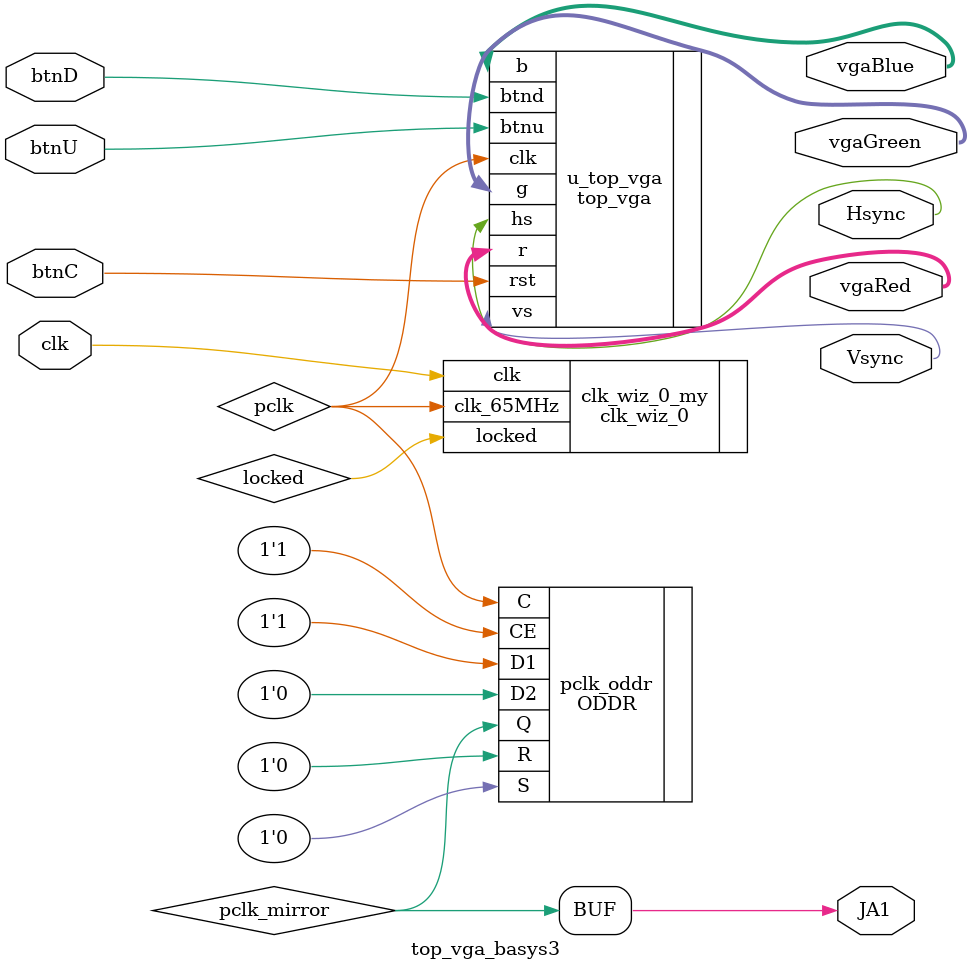
<source format=sv>

`timescale 1 ns / 1 ps

module top_vga_basys3 (
    input wire clk,
    input wire btnC,
    input wire btnD,
    input wire btnU,
    output wire Vsync,
    output wire Hsync,
    output wire [3:0] vgaRed,
    output wire [3:0] vgaGreen,
    output wire [3:0] vgaBlue,
    output wire JA1
);


//Local variables and signals

wire pclk;
wire locked;
wire pclk_mirror;


//Signals assignments

assign JA1 = pclk_mirror;


//FPGA submodules placement

clk_wiz_0  clk_wiz_0_my(
    .clk(clk),
    .clk_65MHz(pclk),
    .locked(locked)
 );


ODDR pclk_oddr (
    .Q(pclk_mirror),
    .C(pclk),
    .CE(1'b1),
    .D1(1'b1),
    .D2(1'b0),
    .R(1'b0),
    .S(1'b0)
);


//Project functional top module
 

top_vga u_top_vga (
    //inputs
    .clk(pclk),
    .rst(btnC),
    .btnu(btnU),
    .btnd(btnD),
    //outputs
    .r(vgaRed),
    .g(vgaGreen),
    .b(vgaBlue),
    .hs(Hsync),
    .vs(Vsync)
);

endmodule

</source>
